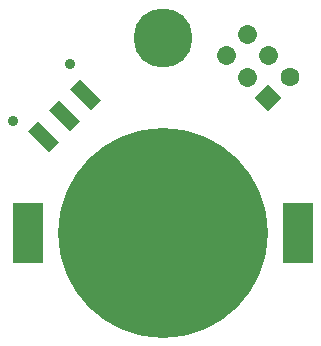
<source format=gbs>
G04 #@! TF.FileFunction,Soldermask,Bot*
%FSLAX46Y46*%
G04 Gerber Fmt 4.6, Leading zero omitted, Abs format (unit mm)*
G04 Created by KiCad (PCBNEW 4.0.7) date 03/27/19 21:47:29*
%MOMM*%
%LPD*%
G01*
G04 APERTURE LIST*
%ADD10C,0.100000*%
%ADD11C,5.000000*%
%ADD12C,17.780000*%
%ADD13R,2.540000X5.080000*%
%ADD14C,1.600000*%
%ADD15C,1.600000*%
%ADD16C,0.900000*%
G04 APERTURE END LIST*
D10*
D11*
X208280000Y-80010000D03*
D12*
X208280000Y-96520000D03*
D13*
X219710000Y-96520000D03*
X196850000Y-96520000D03*
D10*
G36*
X217170000Y-86221371D02*
X216038629Y-85090000D01*
X217170000Y-83958629D01*
X218301371Y-85090000D01*
X217170000Y-86221371D01*
X217170000Y-86221371D01*
G37*
D14*
X218966051Y-83293949D03*
D15*
X215373949Y-83293949D02*
X215373949Y-83293949D01*
X217170000Y-81497898D02*
X217170000Y-81497898D01*
X213577898Y-81497898D02*
X213577898Y-81497898D01*
X215373949Y-79701846D02*
X215373949Y-79701846D01*
D16*
X200357619Y-82265293D03*
D10*
G36*
X198589852Y-89689915D02*
X196822085Y-87922148D01*
X197670614Y-87073619D01*
X199438381Y-88841386D01*
X198589852Y-89689915D01*
X198589852Y-89689915D01*
G37*
G36*
X200385903Y-87893864D02*
X198618136Y-86126097D01*
X199466665Y-85277568D01*
X201234432Y-87045335D01*
X200385903Y-87893864D01*
X200385903Y-87893864D01*
G37*
G36*
X202125386Y-86154381D02*
X200357619Y-84386614D01*
X201206148Y-83538085D01*
X202973915Y-85305852D01*
X202125386Y-86154381D01*
X202125386Y-86154381D01*
G37*
D16*
X195549293Y-87073619D03*
M02*

</source>
